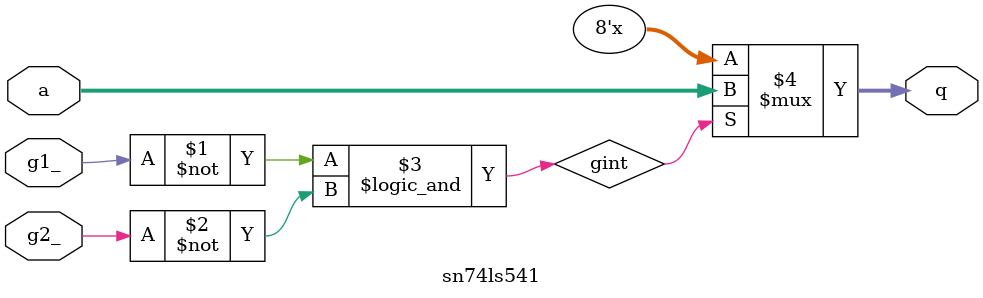
<source format=v>
module sn74ls541(q, a, g1_, g2_);
input [7:0] a;
input g1_, g2_;
output [7:0] q;
wire gint;

parameter
	// TI TTL data book Vol 1, 1985
	tPLH_min=0, tPLH_typ=9,           tPLH_max=15,
	tPHL_min=0, tPHL_typ=10,          tPHL_max=18,
	tPZH_min=0, tPZH_typ=20-tPLH_typ, tPZH_max=32-tPLH_max,
	tPZL_min=0, tPZL_typ=25-tPHL_typ, tPZL_max=38-tPHL_max;
// does not respect tPHZ, tPLZ !

	assign #(tPZH_min : tPZH_typ : tPZH_max,
		   tPZL_min : tPZL_typ : tPZL_max)
		gint = g1_==0 && g2_==0;

	assign #(tPLH_min : tPLH_typ : tPLH_max,
  		     tPHL_min : tPHL_typ : tPHL_max)
		q = gint ? a : 8'bzzzzzzzz;

endmodule

</source>
